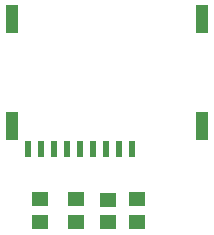
<source format=gbr>
%TF.GenerationSoftware,Altium Limited,Altium Designer,21.3.2 (30)*%
G04 Layer_Color=128*
%FSLAX24Y24*%
%MOIN*%
%TF.SameCoordinates,A906CF50-EBD2-4515-BF13-6977FA7C699A*%
%TF.FilePolarity,Positive*%
%TF.FileFunction,Paste,Bot*%
%TF.Part,Single*%
G01*
G75*
%TA.AperFunction,SMDPad,CuDef*%
%ADD13R,0.0551X0.0472*%
%ADD44R,0.0244X0.0551*%
%ADD45R,0.0433X0.0945*%
D13*
X32050Y46548D02*
D03*
Y45800D02*
D03*
X34324Y46522D02*
D03*
Y45774D02*
D03*
X33250Y46548D02*
D03*
Y45800D02*
D03*
X35300Y46548D02*
D03*
Y45800D02*
D03*
D44*
X35127Y48204D02*
D03*
X34694D02*
D03*
X34261D02*
D03*
X33828D02*
D03*
X33395D02*
D03*
X32962D02*
D03*
X32529D02*
D03*
X32096D02*
D03*
X31663D02*
D03*
D45*
X31119Y52535D02*
D03*
Y48991D02*
D03*
X37478D02*
D03*
Y52535D02*
D03*
%TF.MD5,1376f250f2e8c2cd7e32a05956692b36*%
M02*

</source>
